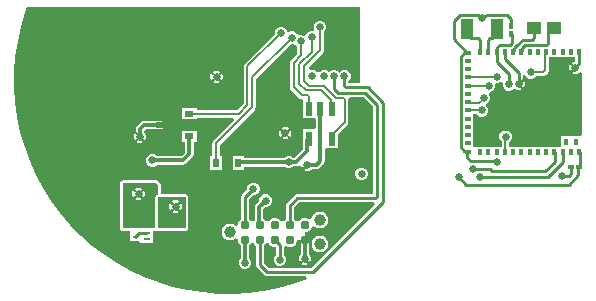
<source format=gtl>
G04*
G04 #@! TF.GenerationSoftware,Altium Limited,Altium Designer,25.4.2 (15)*
G04*
G04 Layer_Physical_Order=1*
G04 Layer_Color=1265191*
%FSTAX24Y24*%
%MOIN*%
G70*
G04*
G04 #@! TF.SameCoordinates,F4185BB4-0936-4B88-B031-81E5C399A6D0*
G04*
G04*
G04 #@! TF.FilePolarity,Positive*
G04*
G01*
G75*
%ADD15R,0.0236X0.0098*%
%ADD16R,0.0138X0.0098*%
%ADD17R,0.0177X0.0236*%
%ADD18R,0.0315X0.0217*%
%ADD19R,0.0217X0.0315*%
%ADD20R,0.0188X0.0159*%
%ADD21R,0.0394X0.0709*%
%ADD22R,0.0159X0.0188*%
%ADD23R,0.0157X0.0197*%
%ADD24R,0.0197X0.0157*%
%ADD25R,0.0475X0.0417*%
%ADD26R,0.0236X0.0453*%
%ADD27R,0.0315X0.0413*%
%ADD28R,0.0236X0.0110*%
%ADD32C,0.0390*%
%ADD41C,0.0310*%
%ADD42C,0.0080*%
%ADD43C,0.0100*%
%ADD44C,0.0120*%
%ADD45C,0.0250*%
G36*
X049433Y033335D02*
X049399D01*
X049324Y033304D01*
X049323Y033303D01*
X049391Y033236D01*
X049334Y033179D01*
X049267Y033247D01*
X049266Y033246D01*
X049235Y033171D01*
Y033089D01*
X049266Y033014D01*
X049267Y033013D01*
X049334Y033081D01*
X049391Y033024D01*
X049323Y032957D01*
X049324Y032956D01*
X049399Y032925D01*
X049481D01*
X049556Y032956D01*
X049587Y032988D01*
X049667Y032954D01*
Y030895D01*
X049606Y03085D01*
X048974D01*
Y030495D01*
X047226D01*
Y030666D01*
X047284Y030724D01*
X047315Y030799D01*
Y030881D01*
X047284Y030956D01*
X047226Y031014D01*
X047151Y031045D01*
X047069D01*
X046994Y031014D01*
X046936Y030956D01*
X046905Y030881D01*
Y030799D01*
X046936Y030724D01*
X046982Y030679D01*
Y030495D01*
X0461D01*
Y030495D01*
X046023Y030504D01*
Y031004D01*
Y03128D01*
Y031591D01*
X046146D01*
X046197Y03154D01*
X046273Y031508D01*
X046354D01*
X046429Y03154D01*
X046487Y031597D01*
X046518Y031673D01*
Y031754D01*
X046487Y031829D01*
X046464Y031852D01*
X046481Y031946D01*
X046506Y031956D01*
X046564Y032014D01*
X046595Y032089D01*
Y032171D01*
X046564Y032246D01*
X046554Y032256D01*
X046587Y032336D01*
X046591D01*
X046666Y032367D01*
X046724Y032425D01*
X046755Y0325D01*
Y032551D01*
X046768Y03259D01*
X046824Y032625D01*
X046861D01*
X046936Y032656D01*
X046948Y032668D01*
X047016Y032623D01*
X047015Y032621D01*
Y032539D01*
X047046Y032464D01*
X047104Y032406D01*
X047179Y032375D01*
X047261D01*
X047336Y032406D01*
X04739Y03246D01*
X047434Y032416D01*
X047509Y032385D01*
X047591D01*
X047666Y032416D01*
X047667Y032417D01*
X047599Y032484D01*
X047656Y032541D01*
X047723Y032473D01*
X047724Y032474D01*
X047755Y032549D01*
Y032631D01*
X047724Y032706D01*
X047723Y032707D01*
X047656Y032639D01*
X047599Y032696D01*
X047683Y032779D01*
Y032881D01*
X047763Y032897D01*
X047776Y032864D01*
X047834Y032806D01*
X047909Y032775D01*
X047991D01*
X048066Y032806D01*
X048118Y032858D01*
X04836D01*
X048407Y032867D01*
X048447Y032893D01*
X048527Y032973D01*
X048553Y033013D01*
X048562Y03306D01*
Y033485D01*
X049433D01*
Y033335D01*
D02*
G37*
G36*
X04226Y035151D02*
X04226Y033338D01*
X04226Y032851D01*
X04226Y032851D01*
X04226Y032848D01*
Y032726D01*
X042261Y032724D01*
X042261Y032722D01*
X042264Y032706D01*
X042266Y032693D01*
X042267Y03269D01*
X042261Y032668D01*
X042244Y032635D01*
X042223Y032613D01*
X042222Y032613D01*
X041873D01*
X041873Y032693D01*
X041914Y032734D01*
X041945Y032809D01*
Y032891D01*
X041914Y032966D01*
X041856Y033024D01*
X041781Y033055D01*
X041699D01*
X041624Y033024D01*
X04157Y03297D01*
X041516Y033024D01*
X041441Y033055D01*
X041359D01*
X041284Y033024D01*
X04124Y03298D01*
X041186Y033034D01*
X041111Y033065D01*
X041029D01*
X040954Y033034D01*
X04092Y033D01*
X04087Y032984D01*
X04082Y033D01*
X040786Y033034D01*
X040711Y033065D01*
X040629D01*
X040559Y033113D01*
X040554Y033178D01*
X041017Y033641D01*
X041043Y033681D01*
X041052Y033727D01*
Y034332D01*
X041104Y034384D01*
X041135Y034459D01*
Y034541D01*
X041104Y034616D01*
X041046Y034674D01*
X040971Y034705D01*
X040889D01*
X040814Y034674D01*
X040756Y034616D01*
X040725Y034541D01*
Y034459D01*
X040734Y034439D01*
X040717Y034411D01*
X040676Y034369D01*
X040611D01*
X040535Y034338D01*
X040478Y03428D01*
X040465Y03425D01*
X040427Y034206D01*
X040369Y03421D01*
X040338Y034223D01*
X040257D01*
X040255Y034222D01*
X040153Y034258D01*
X040096Y034316D01*
X04002Y034347D01*
X039939D01*
X039908Y034335D01*
X039843Y034342D01*
X039815Y034376D01*
X039797Y034418D01*
X03974Y034476D01*
X039664Y034507D01*
X039583D01*
X039507Y034476D01*
X03945Y034418D01*
X039418Y034343D01*
Y03427D01*
X038413Y033265D01*
X038387Y033226D01*
X038378Y033179D01*
Y031937D01*
X038163Y031722D01*
X03681D01*
Y031792D01*
X036335D01*
Y031416D01*
X03681D01*
Y031478D01*
X03804D01*
X038071Y031404D01*
X037369Y030703D01*
X037343Y030663D01*
X037334Y030616D01*
Y03021D01*
X037268D01*
Y029735D01*
X037644D01*
Y03021D01*
X037578D01*
Y030565D01*
X038747Y031733D01*
X038773Y031773D01*
X038782Y03182D01*
Y032772D01*
X039948Y033937D01*
X04002D01*
X040022Y033938D01*
X040124Y033902D01*
X040175Y03385D01*
Y033598D01*
X039965Y033388D01*
X039939Y033348D01*
X039929Y033302D01*
Y032487D01*
X039939Y03244D01*
X039965Y0324D01*
X040231Y032135D01*
X04027Y032108D01*
X040302Y032102D01*
X040368Y032069D01*
Y031456D01*
X040764Y031456D01*
X040797Y031389D01*
Y031151D01*
X040764Y031084D01*
X040368D01*
Y030733D01*
X040365Y03072D01*
Y030427D01*
X040071Y030133D01*
X040037D01*
X040006Y030164D01*
X039931Y030195D01*
X039849D01*
X039774Y030164D01*
X039734Y030124D01*
X038392D01*
Y03021D01*
X038016D01*
Y029735D01*
X038392D01*
Y029838D01*
X039752D01*
X039774Y029816D01*
X039849Y029785D01*
X039931D01*
X040006Y029816D01*
X040037Y029847D01*
X04013D01*
X04013Y029847D01*
X040185Y029858D01*
X040215Y029878D01*
X040265Y029866D01*
X040271Y029864D01*
X040301Y029846D01*
X040326Y029784D01*
X040327Y029783D01*
X040394Y029851D01*
X040451Y029794D01*
X040383Y029727D01*
X040384Y029726D01*
X040459Y029695D01*
X040541D01*
X040616Y029726D01*
X040647Y029757D01*
X04082D01*
X04082Y029757D01*
X040875Y029768D01*
X040921Y029799D01*
X041041Y029919D01*
X041041Y029919D01*
X041072Y029965D01*
X041083Y03002D01*
X041083Y03002D01*
Y030405D01*
X041116Y030471D01*
X041163Y030471D01*
X041512D01*
Y030911D01*
X041837Y031236D01*
X041863Y031275D01*
X041872Y031322D01*
Y032084D01*
X041871Y032088D01*
X041927Y032168D01*
X042385D01*
X042707Y031845D01*
Y028923D01*
X04017D01*
X040119Y028912D01*
X040076Y028884D01*
X039826Y028634D01*
X039798Y028591D01*
X039787Y02854D01*
Y028109D01*
X039787Y028109D01*
X039721Y028043D01*
X039713Y028025D01*
X039627D01*
X039619Y028043D01*
X039553Y028109D01*
X039467Y028145D01*
X039373D01*
X039287Y028109D01*
X039221Y028043D01*
X039213Y028025D01*
X039127D01*
X039119Y028043D01*
X039053Y028109D01*
X039033Y028118D01*
Y028431D01*
X039107Y028505D01*
X039151D01*
X039226Y028536D01*
X039284Y028594D01*
X039315Y028669D01*
Y028751D01*
X039284Y028826D01*
X039226Y028884D01*
X039151Y028915D01*
X039069D01*
X038994Y028884D01*
X038936Y028826D01*
X038905Y028751D01*
Y028707D01*
X038789Y028591D01*
X038758Y028545D01*
X038747Y02849D01*
X038747Y02849D01*
Y02807D01*
X038721Y028043D01*
X038713Y028025D01*
X038627D01*
X038619Y028043D01*
X038553Y028109D01*
X038553Y028109D01*
Y028758D01*
X038689Y028895D01*
X038747D01*
X038823Y028926D01*
X038881Y028983D01*
X038912Y029059D01*
Y02914D01*
X038881Y029216D01*
X038823Y029273D01*
X038747Y029305D01*
X038666D01*
X038591Y029273D01*
X038533Y029216D01*
X038502Y02914D01*
Y029082D01*
X038326Y028907D01*
X038298Y028864D01*
X038287Y028813D01*
Y028109D01*
X038287Y028109D01*
X038221Y028043D01*
X038185Y027957D01*
Y027897D01*
X038105Y027864D01*
X038089Y02788D01*
X038026Y027916D01*
X037956Y027935D01*
X037884D01*
X037814Y027916D01*
X037751Y02788D01*
X0377Y027829D01*
X037664Y027766D01*
X037645Y027696D01*
Y027624D01*
X037664Y027554D01*
X0377Y027491D01*
X037751Y02744D01*
X037814Y027404D01*
X037884Y027385D01*
X037956D01*
X038026Y027404D01*
X038089Y02744D01*
X038105Y027456D01*
X038185Y027423D01*
Y027363D01*
X038221Y027277D01*
X038277Y02722D01*
Y026778D01*
X038246Y026747D01*
X038215Y026671D01*
Y02659D01*
X038246Y026514D01*
X038304Y026457D01*
X038379Y026426D01*
X038461D01*
X038536Y026457D01*
X038594Y026514D01*
X038625Y02659D01*
Y026671D01*
X038594Y026747D01*
X038563Y026778D01*
Y02722D01*
X038619Y027277D01*
X038627Y027295D01*
X038713D01*
X038721Y027277D01*
X038787Y027211D01*
X038797Y027206D01*
Y026565D01*
X038808Y026514D01*
X038836Y026471D01*
X039081Y026226D01*
X039124Y026198D01*
X039175Y026187D01*
X040467D01*
X040481Y026107D01*
X040019Y025941D01*
X039532Y025803D01*
X039037Y0257D01*
X038535Y025633D01*
X03803Y025601D01*
X037523Y025606D01*
X037019Y025646D01*
X036519Y025722D01*
X036025Y025834D01*
X03554Y025981D01*
X035067Y026161D01*
X034609Y026375D01*
X034166Y026621D01*
X033742Y026898D01*
X033339Y027204D01*
X032959Y027538D01*
X032604Y027898D01*
X032275Y028283D01*
X031974Y02869D01*
X031703Y029117D01*
X031463Y029563D01*
X031255Y030025D01*
X031081Y0305D01*
X030941Y030986D01*
X030835Y031481D01*
X030766Y031983D01*
X030732Y032488D01*
X030734Y032994D01*
X030772Y033499D01*
X030846Y034D01*
X030956Y034494D01*
X0311Y034979D01*
X031167Y035152D01*
X04226Y035151D01*
D02*
G37*
G36*
X04276Y028577D02*
X040635Y026453D01*
X03923D01*
X039063Y02662D01*
Y02722D01*
X039119Y027277D01*
X039127Y027295D01*
X039213D01*
X039221Y027277D01*
X039287Y027211D01*
X039373Y027175D01*
X039458D01*
Y026897D01*
X039416Y026856D01*
X039385Y026781D01*
Y026699D01*
X039416Y026624D01*
X039474Y026566D01*
X039549Y026535D01*
X039631D01*
X039706Y026566D01*
X039764Y026624D01*
X039795Y026699D01*
Y026781D01*
X039764Y026856D01*
X039723Y026897D01*
Y027162D01*
X039748Y027181D01*
X039803Y027204D01*
X039873Y027175D01*
X039967D01*
X040053Y027211D01*
X040119Y027277D01*
X040155Y027363D01*
Y02741D01*
X040277D01*
Y026917D01*
X040246Y026886D01*
X040215Y026811D01*
Y026729D01*
X040246Y026654D01*
X040247Y026653D01*
X040314Y026721D01*
X040371Y026664D01*
X040303Y026597D01*
X040304Y026596D01*
X040379Y026565D01*
X040461D01*
X040536Y026596D01*
X040537Y026597D01*
X040469Y026664D01*
X040526Y026721D01*
X040593Y026653D01*
X040594Y026654D01*
X040625Y026729D01*
Y026811D01*
X040594Y026886D01*
X040563Y026917D01*
Y02741D01*
X040552Y027465D01*
X040521Y027511D01*
X040475Y027542D01*
X04042Y027553D01*
Y027675D01*
X040467D01*
X040553Y027711D01*
X040619Y027777D01*
X040643Y027835D01*
X040719Y027859D01*
X040733Y027858D01*
X040751Y02784D01*
X040814Y027804D01*
X040884Y027785D01*
X040956D01*
X041026Y027804D01*
X041089Y02784D01*
X04114Y027891D01*
X041176Y027954D01*
X041195Y028024D01*
Y028096D01*
X041176Y028166D01*
X04114Y028229D01*
X041089Y02828D01*
X041026Y028316D01*
X040956Y028335D01*
X040884D01*
X040814Y028316D01*
X040751Y02828D01*
X0407Y028229D01*
X040664Y028166D01*
X040652Y028123D01*
X040585Y028097D01*
X040565Y028097D01*
X040553Y028109D01*
X040467Y028145D01*
X040373D01*
X040287Y028109D01*
X040221Y028043D01*
X040213Y028025D01*
X040127D01*
X040119Y028043D01*
X040053Y028109D01*
X040053Y028109D01*
Y028485D01*
X040225Y028657D01*
X042727D01*
X04276Y028577D01*
D02*
G37*
%LPC*%
G36*
X037521Y033035D02*
X037439D01*
X037364Y033004D01*
X037363Y033003D01*
X037431Y032936D01*
X037374Y032879D01*
X037307Y032947D01*
X037306Y032946D01*
X037275Y032871D01*
Y032789D01*
X037306Y032714D01*
X037307Y032713D01*
X037374Y032781D01*
X037431Y032724D01*
X037363Y032657D01*
X037364Y032656D01*
X037439Y032625D01*
X037521D01*
X037596Y032656D01*
X037597Y032657D01*
X037529Y032724D01*
X037586Y032781D01*
X037653Y032713D01*
X037654Y032714D01*
X037685Y032789D01*
Y032871D01*
X037654Y032946D01*
X037653Y032947D01*
X037586Y032879D01*
X037529Y032936D01*
X037597Y033003D01*
X037596Y033004D01*
X037521Y033035D01*
D02*
G37*
G36*
X039811Y031165D02*
X039729D01*
X039654Y031134D01*
X039653Y031133D01*
X039721Y031066D01*
X039664Y031009D01*
X039597Y031077D01*
X039596Y031076D01*
X039565Y031001D01*
Y030919D01*
X039596Y030844D01*
X039597Y030843D01*
X039664Y030911D01*
X039721Y030854D01*
X039653Y030787D01*
X039654Y030786D01*
X039729Y030755D01*
X039811D01*
X039886Y030786D01*
X039887Y030787D01*
X039819Y030854D01*
X039876Y030911D01*
X039943Y030843D01*
X039944Y030844D01*
X039975Y030919D01*
Y031001D01*
X039944Y031076D01*
X039943Y031077D01*
X039876Y031009D01*
X039819Y031066D01*
X039887Y031133D01*
X039886Y031134D01*
X039811Y031165D01*
D02*
G37*
G36*
X03507Y031373D02*
X035015Y031362D01*
X034969Y031331D01*
X034969Y031331D01*
X034831Y031192D01*
X0348Y031146D01*
X034789Y031091D01*
X034789Y031091D01*
Y031018D01*
X034871Y030936D01*
X034814Y030879D01*
X034747Y030947D01*
X034746Y030946D01*
X034715Y030871D01*
Y030789D01*
X034746Y030714D01*
X034747Y030713D01*
X034814Y030781D01*
X034871Y030724D01*
X034803Y030657D01*
X034804Y030656D01*
X034879Y030625D01*
X034961D01*
X035036Y030656D01*
X035037Y030657D01*
X034969Y030724D01*
X035026Y030781D01*
X035093Y030713D01*
X035094Y030714D01*
X035125Y030789D01*
Y030871D01*
X035094Y030946D01*
X035074Y030966D01*
Y031032D01*
X035129Y031087D01*
X035588D01*
X035642Y031098D01*
X035689Y031129D01*
X03572Y031175D01*
X035731Y03123D01*
X03572Y031285D01*
X035689Y031331D01*
X035642Y031362D01*
X035588Y031373D01*
X03507D01*
X03507Y031373D01*
D02*
G37*
G36*
X03681Y031044D02*
X036335D01*
Y030668D01*
X036427D01*
Y030309D01*
X036311Y030193D01*
X035487D01*
X035456Y030224D01*
X035381Y030255D01*
X035299D01*
X035224Y030224D01*
X035166Y030166D01*
X035135Y030091D01*
Y030009D01*
X035166Y029934D01*
X035224Y029876D01*
X035299Y029845D01*
X035381D01*
X035456Y029876D01*
X035487Y029907D01*
X03637D01*
X03637Y029907D01*
X036425Y029918D01*
X036471Y029949D01*
X036671Y030149D01*
X036671Y030149D01*
X036702Y030195D01*
X036713Y03025D01*
X036713Y03025D01*
Y030668D01*
X03681D01*
Y031044D01*
D02*
G37*
G36*
X042351Y029805D02*
X042269D01*
X042194Y029774D01*
X042136Y029716D01*
X042105Y029641D01*
Y029559D01*
X042136Y029484D01*
X042194Y029426D01*
X042269Y029395D01*
X042351D01*
X042426Y029426D01*
X042484Y029484D01*
X042515Y029559D01*
Y029641D01*
X042484Y029716D01*
X042426Y029774D01*
X042351Y029805D01*
D02*
G37*
G36*
X035475Y029382D02*
X03435D01*
X034319Y029375D01*
X034292Y029358D01*
X034275Y029331D01*
X034268Y0293D01*
Y02778D01*
X034275Y027749D01*
X034292Y027722D01*
X034319Y027705D01*
X03435Y027698D01*
X034599D01*
X034601Y027619D01*
X034601D01*
Y027361D01*
X034733D01*
X03475Y027357D01*
X034768D01*
X034785Y027361D01*
X034899D01*
X034958Y027309D01*
Y027307D01*
X035354D01*
Y027698D01*
X035438D01*
X03547Y027705D01*
X035479Y027711D01*
X035489Y027705D01*
X03552Y027698D01*
X03645D01*
X036481Y027705D01*
X036504Y02772D01*
X036508Y027722D01*
X036525Y027749D01*
X036532Y02778D01*
Y02883D01*
X036525Y028861D01*
X036508Y028888D01*
X036481Y028905D01*
X03645Y028912D01*
X035666D01*
X03561Y028968D01*
X035613Y029242D01*
X035613Y029242D01*
X035613Y029243D01*
X03561Y029258D01*
X035607Y029273D01*
X035607Y029274D01*
X035607Y029274D01*
X035598Y029287D01*
X03559Y0293D01*
X03559Y0293D01*
X035589Y0293D01*
X035533Y029357D01*
X035533Y029357D01*
X035533Y029358D01*
X03552Y029366D01*
X035507Y029375D01*
X035507Y029375D01*
X035506Y029375D01*
X035491Y029378D01*
X035476Y029382D01*
X035475Y029382D01*
X035475Y029382D01*
D02*
G37*
%LPD*%
G36*
X03645Y02778D02*
X03552D01*
Y02883D01*
X03645D01*
Y02778D01*
D02*
G37*
G36*
X035531Y029243D02*
X035528Y028912D01*
X03552D01*
X035489Y028905D01*
X035462Y028888D01*
X035445Y028861D01*
X035438Y02883D01*
Y02778D01*
X03435D01*
Y0293D01*
X035475D01*
X035531Y029243D01*
D02*
G37*
%LPC*%
G36*
X036151Y028715D02*
X036069D01*
X035994Y028684D01*
X035993Y028683D01*
X036061Y028616D01*
X036004Y028559D01*
X035937Y028627D01*
X035936Y028626D01*
X035905Y028551D01*
Y028469D01*
X035936Y028394D01*
X035937Y028393D01*
X036004Y028461D01*
X036061Y028404D01*
X035993Y028337D01*
X035994Y028336D01*
X036069Y028305D01*
X036151D01*
X036226Y028336D01*
X036227Y028337D01*
X036159Y028404D01*
X036216Y028461D01*
X036283Y028393D01*
X036284Y028394D01*
X036315Y028469D01*
Y028551D01*
X036284Y028626D01*
X036283Y028627D01*
X036216Y028559D01*
X036159Y028616D01*
X036227Y028683D01*
X036226Y028684D01*
X036151Y028715D01*
D02*
G37*
G36*
X034921Y029135D02*
X034839D01*
X034764Y029104D01*
X034763Y029103D01*
X034831Y029036D01*
X034774Y028979D01*
X034707Y029047D01*
X034706Y029046D01*
X034675Y028971D01*
Y028889D01*
X034706Y028814D01*
X034707Y028813D01*
X034774Y028881D01*
X034831Y028824D01*
X034763Y028757D01*
X034764Y028756D01*
X034839Y028725D01*
X034921D01*
X034996Y028756D01*
X034997Y028757D01*
X034929Y028824D01*
X034986Y028881D01*
X035053Y028813D01*
X035054Y028814D01*
X035085Y028889D01*
Y028971D01*
X035054Y029046D01*
X035053Y029047D01*
X034986Y028979D01*
X034929Y029036D01*
X034997Y029103D01*
X034996Y029104D01*
X034921Y029135D01*
D02*
G37*
G36*
X040956Y027535D02*
X040884D01*
X040814Y027516D01*
X040751Y02748D01*
X0407Y027429D01*
X040664Y027366D01*
X040645Y027296D01*
Y027224D01*
X040664Y027154D01*
X0407Y027091D01*
X040751Y02704D01*
X040814Y027004D01*
X040884Y026985D01*
X040956D01*
X041026Y027004D01*
X041089Y02704D01*
X04114Y027091D01*
X041176Y027154D01*
X041195Y027224D01*
Y027296D01*
X041176Y027366D01*
X04114Y027429D01*
X041089Y02748D01*
X041026Y027516D01*
X040956Y027535D01*
D02*
G37*
%LPD*%
D15*
X035156Y027633D02*
D03*
X035864Y028224D02*
D03*
Y028027D02*
D03*
Y02783D02*
D03*
Y027633D02*
D03*
Y027436D02*
D03*
X035156Y02783D02*
D03*
Y028027D02*
D03*
Y027436D02*
D03*
D16*
X03475Y02749D02*
D03*
X034533D02*
D03*
D17*
X036276Y02803D02*
D03*
X03665D02*
D03*
D18*
X036572Y030856D02*
D03*
Y031604D02*
D03*
X035588Y03123D02*
D03*
D19*
X038204Y029972D02*
D03*
X037456D02*
D03*
X03783Y028988D02*
D03*
D20*
X0493Y02984D02*
D03*
X049547D02*
D03*
D21*
X04682Y03442D02*
D03*
X045836D02*
D03*
D22*
X0473Y034267D02*
D03*
Y034513D02*
D03*
D23*
X04681Y030317D02*
D03*
X047361D02*
D03*
X046534D02*
D03*
X049566Y033663D02*
D03*
X046258D02*
D03*
X04929D02*
D03*
X049132Y030671D02*
D03*
X04681Y033663D02*
D03*
X049014Y030317D02*
D03*
X048739D02*
D03*
Y033663D02*
D03*
X049014D02*
D03*
X046258Y030317D02*
D03*
X047636D02*
D03*
X047912D02*
D03*
X04929D02*
D03*
X049566D02*
D03*
X048463Y033663D02*
D03*
X048188D02*
D03*
X047912D02*
D03*
X047636D02*
D03*
X047361D02*
D03*
X047085D02*
D03*
Y030317D02*
D03*
X046534Y033663D02*
D03*
X048463Y030317D02*
D03*
X048188D02*
D03*
X049447Y030671D02*
D03*
D24*
X045845Y032817D02*
D03*
Y031439D02*
D03*
Y033644D02*
D03*
Y030336D02*
D03*
Y030888D02*
D03*
Y031163D02*
D03*
Y031714D02*
D03*
Y03199D02*
D03*
Y032266D02*
D03*
Y032541D02*
D03*
Y033092D02*
D03*
Y033368D02*
D03*
Y030612D02*
D03*
D25*
X048075Y03447D02*
D03*
X048725D02*
D03*
D26*
X041314Y031762D02*
D03*
X040566D02*
D03*
X041314Y030778D02*
D03*
X04094Y031762D02*
D03*
X040566Y030778D02*
D03*
D27*
X033956Y02802D02*
D03*
X034684D02*
D03*
D28*
X035156Y02823D02*
D03*
D32*
X03792Y02766D02*
D03*
X04092Y02806D02*
D03*
Y02726D02*
D03*
D41*
X03842Y02741D02*
D03*
X03892D02*
D03*
X03942Y02741D02*
D03*
X03992Y02741D02*
D03*
X04042D02*
D03*
Y02791D02*
D03*
X03992D02*
D03*
X03942Y02791D02*
D03*
X03892Y02791D02*
D03*
X03842D02*
D03*
D42*
X040052Y032487D02*
Y033302D01*
X040317Y032221D02*
X040519D01*
X040052Y032487D02*
X040317Y032221D01*
X040234Y032599D02*
X040452Y032381D01*
X040959D01*
X040234Y032599D02*
Y033258D01*
X040403Y032686D02*
X040548Y032541D01*
X041043D01*
X040403Y032686D02*
Y033201D01*
X040052Y033302D02*
X040298Y033548D01*
X040403Y033201D02*
X04093Y033727D01*
X040234Y033258D02*
X040651Y033675D01*
X04624Y031953D02*
X04639Y032103D01*
X045916Y031953D02*
X04624D01*
X03866Y032823D02*
X03998Y034142D01*
X03866Y03182D02*
Y032823D01*
X040651Y033675D02*
Y034164D01*
X040298Y033548D02*
Y034018D01*
X0385Y031886D02*
Y033179D01*
X039623Y034302D01*
X036576Y0316D02*
X038214D01*
X0385Y031886D01*
X037456Y030616D02*
X03866Y03182D01*
X046813Y032823D02*
X04682Y03283D01*
X045852Y032823D02*
X046813D01*
X04093Y033727D02*
Y0345D01*
X04795Y03298D02*
X04836D01*
X04844Y03306D02*
Y03364D01*
X04836Y03298D02*
X04844Y03306D01*
Y03364D02*
X048463Y033663D01*
X041278Y031798D02*
X041314Y031762D01*
X040959Y032381D02*
X041278Y032062D01*
Y031798D02*
Y032062D01*
X041043Y032541D02*
X041454Y03213D01*
X041703D01*
X04175Y032084D01*
Y031322D02*
Y032084D01*
X041392Y030964D02*
X04175Y031322D01*
X041392Y03095D02*
Y030964D01*
X041386Y030944D02*
X041392Y03095D01*
X041386Y03085D02*
Y030944D01*
X041314Y030778D02*
X041386Y03085D01*
X045845Y032817D02*
X045852Y032823D01*
X040566Y031762D02*
Y032174D01*
X040519Y032221D02*
X040566Y032174D01*
X045845Y032541D02*
X04655D01*
X04588Y031989D02*
X045916Y031953D01*
X045858Y031989D02*
X04588D01*
X04639Y032103D02*
Y03213D01*
X037456Y029972D02*
Y030616D01*
X045858Y031713D02*
X046313D01*
X047104Y030322D02*
Y030834D01*
D43*
X045947Y030033D02*
X046027D01*
X04584Y03014D02*
X045947Y030033D01*
Y030033D02*
X046817D01*
X04584Y03014D02*
Y030331D01*
X046817Y030033D02*
X04684Y03001D01*
X048434Y029689D02*
X048751Y030007D01*
X046671Y029689D02*
X048434D01*
X046599Y029762D02*
X046671Y029689D01*
X046038Y029762D02*
X046599D01*
X04555Y02948D02*
X045795Y029236D01*
X049212D01*
X049537Y029561D01*
X04901Y029998D02*
Y030299D01*
X048512Y0295D02*
X04901Y029998D01*
X04627Y0295D02*
X048512D01*
X048751Y030007D02*
Y030316D01*
X03942Y02741D02*
X03959Y02724D01*
Y02674D02*
Y02724D01*
X03842Y028813D02*
X038707Y0291D01*
X03842Y02791D02*
Y028813D01*
X04555Y02948D02*
Y02949D01*
X049537Y029561D02*
Y02983D01*
X049547Y02984D01*
X035864Y027633D02*
X036147D01*
X03475Y02749D02*
X034768D01*
X034769Y027491D01*
Y027509D01*
X034893Y027633D01*
X035156D01*
X040508Y03072D02*
X040566Y030778D01*
X04755Y03259D02*
Y03296D01*
X047085Y033425D02*
Y033663D01*
Y033425D02*
X04755Y03296D01*
X04944Y03313D02*
Y033152D01*
X049566Y033277D01*
Y033663D01*
X046589Y034116D02*
X046673D01*
X04653Y033667D02*
Y034057D01*
X046589Y034116D01*
X046673D02*
X0468Y034243D01*
Y03442D01*
X047156Y034904D02*
X0473Y03476D01*
Y034513D02*
Y03476D01*
X046476Y034904D02*
X047156D01*
X046308Y03478D02*
X046352D01*
X046476Y034904D01*
X045585D02*
X046184D01*
X046308Y03478D01*
X04722Y03258D02*
Y032917D01*
X04681Y033328D02*
X04722Y032917D01*
X04681Y033328D02*
Y033663D01*
X0414Y032424D02*
Y03285D01*
Y032424D02*
X041524Y0323D01*
X049551Y02984D02*
X04958Y029869D01*
X045816Y030365D02*
X045845Y030336D01*
X04538Y034699D02*
X045585Y034904D01*
X04538Y034089D02*
Y034699D01*
Y034089D02*
X045825Y033644D01*
X045845D01*
X045731Y030365D02*
X045816D01*
X045617Y030479D02*
X045731Y030365D01*
X045617Y030479D02*
Y033501D01*
X045731Y033615D01*
X045816D01*
X045845Y033644D01*
X041799Y03248D02*
X042514D01*
X04302Y031975D01*
Y02865D02*
Y031975D01*
X041524Y0323D02*
X04244D01*
X04284Y0319D01*
Y028849D02*
Y0319D01*
X04174Y032539D02*
X041799Y03248D01*
X04174Y032539D02*
Y03285D01*
X04069Y02632D02*
X04302Y02865D01*
X039175Y02632D02*
X04069D01*
X048063Y03413D02*
Y034458D01*
X047676Y034072D02*
X048004D01*
X048063Y03413D01*
X04749Y033885D02*
Y033885D01*
X047676Y034072D01*
X04739Y033785D02*
X04749Y033885D01*
X047361Y033663D02*
X04739Y033692D01*
Y033785D01*
X04731Y03396D02*
Y034257D01*
X047242Y033892D02*
X04731Y03396D01*
X0473Y034267D02*
X04731Y034257D01*
X046912Y033892D02*
X047242D01*
X046838Y033818D02*
X046912Y033892D01*
X04681Y033663D02*
X046838Y033692D01*
Y033818D01*
X048063Y034458D02*
X048075Y03447D01*
X047665Y033806D02*
X047751Y033892D01*
X048479D01*
X047627Y033663D02*
X047665Y033702D01*
Y033806D01*
X048538Y03395D02*
Y034393D01*
X048479Y033892D02*
X048538Y03395D01*
X047098Y030316D02*
X047104Y030322D01*
Y030834D02*
X04711Y03084D01*
X048981Y02952D02*
X049241D01*
X0493Y029579D02*
Y02984D01*
X049241Y02952D02*
X0493Y029579D01*
X04958Y029869D02*
Y030314D01*
X046842Y0344D02*
Y034512D01*
X046788Y034419D02*
X046842Y034512D01*
X042781Y02879D02*
X04284Y028849D01*
X04017Y02879D02*
X042781D01*
X03992Y02791D02*
Y02854D01*
X04017Y02879D01*
X03892Y02741D02*
X03893Y0274D01*
Y026565D02*
X039175Y02632D01*
X03893Y026565D02*
Y0274D01*
X048538Y034393D02*
X048625Y03448D01*
X045846Y034233D02*
X045948Y03413D01*
X046191D02*
X04625Y034071D01*
Y033683D02*
Y034071D01*
X045948Y03413D02*
X046191D01*
X045778Y034233D02*
X045866D01*
X045765Y03438D02*
Y034448D01*
X04625Y033683D02*
X046271Y033662D01*
X045778Y034233D02*
Y03439D01*
X045765Y03438D02*
Y034448D01*
D44*
X03889Y02849D02*
X03911Y02871D01*
X03889Y02794D02*
Y02849D01*
X040508Y030368D02*
Y03072D01*
X04013Y02999D02*
X040508Y030368D01*
X03989Y02999D02*
X04013D01*
X039881Y029981D02*
X03989Y02999D01*
X038213Y029981D02*
X039881D01*
X038204Y029972D02*
X038213Y029981D01*
X034931Y031091D02*
X03507Y03123D01*
X03492Y03083D02*
X034931Y030841D01*
Y031091D01*
X03507Y03123D02*
X035588D01*
X03637Y03005D02*
X03657Y03025D01*
X03534Y03005D02*
X03637D01*
X03842Y026631D02*
Y02741D01*
X03889Y02794D02*
X03892Y02791D01*
X03657Y03025D02*
Y030854D01*
X04042Y02677D02*
Y02741D01*
X0405Y0299D02*
X04082D01*
X04094Y03002D01*
Y031762D01*
D45*
X040651Y034164D02*
D03*
X040298Y034018D02*
D03*
X03998Y034142D02*
D03*
X039623Y034302D02*
D03*
X03959Y02674D02*
D03*
X038707Y0291D02*
D03*
X04684Y03001D02*
D03*
X04555Y02949D02*
D03*
X046036Y02976D02*
D03*
X04627Y0295D02*
D03*
X03977Y03096D02*
D03*
X03748Y03283D02*
D03*
X03488Y02893D02*
D03*
X04231Y0296D02*
D03*
X03611Y02851D02*
D03*
X03989Y02999D02*
D03*
X03492Y03083D02*
D03*
X03534Y03005D02*
D03*
X0405Y0299D02*
D03*
X03842Y026631D02*
D03*
X03911Y02871D02*
D03*
X04042Y02677D02*
D03*
X04755Y03259D02*
D03*
X04944Y03313D02*
D03*
X04633Y03478D02*
D03*
X04682Y03283D02*
D03*
X04722Y03258D02*
D03*
X0414Y03285D02*
D03*
X04107Y03286D02*
D03*
X04067D02*
D03*
X04093Y0345D02*
D03*
X04795Y03298D02*
D03*
X04174Y03285D02*
D03*
X04655Y032541D02*
D03*
X04639Y03213D02*
D03*
X046313Y031713D02*
D03*
X04711Y03084D02*
D03*
X048981Y02952D02*
D03*
M02*

</source>
